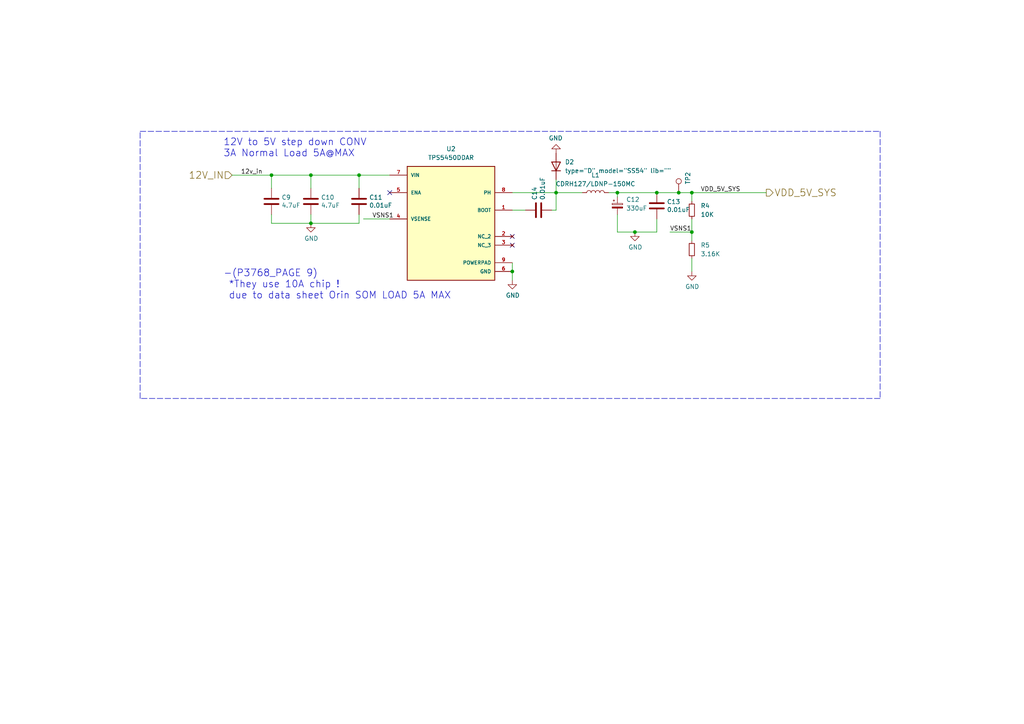
<source format=kicad_sch>
(kicad_sch (version 20211123) (generator eeschema)
  (paper "A4")
  (title_block (date "2023-05-28") (company "www.infinitytech.ltd") (comment 1 "(+20) 010 60 44 9214") (comment 2 "Design By: Mohamed Maher") (comment 4 "Jetson Orin SOM Custom Carrier Boards V1.0"))
  (lib_symbols
    (symbol "Connector:TestPoint" (pin_numbers hide) (pin_names (offset 0.762) hide)
      (property "Reference" "TP" (at 0 6.858 0))
      (property "Value" "TestPoint" (at 0 5.08 0))
      (symbol "TestPoint_0_1"
        (circle (center 0 3.302) (radius 0.762))
      )
      (symbol "TestPoint_1_1"
        (pin passive line (at 0 0 90) (length 2.54) (name "1") (number "1"))
      )
    )
    (symbol "Device:C" (pin_numbers hide) (pin_names (offset 0.254))
      (property "Reference" "C" (at 0.635 2.54 0))
      (property "Value" "C" (at 0.635 -2.54 0))
      (symbol "C_0_1"
        (polyline (pts (xy -2.032 -0.762) (xy 2.032 -0.762)) (stroke (width 0.508)))
        (polyline (pts (xy -2.032 0.762) (xy 2.032 0.762)) (stroke (width 0.508)))
      )
      (symbol "C_1_1"
        (pin passive line (at 0 3.81 270) (length 2.794) (name "~") (number "1"))
        (pin passive line (at 0 -3.81 90) (length 2.794) (name "~") (number "2"))
      )
    )
    (symbol "Device:C_Polarized_Small" (pin_numbers hide) (pin_names (offset 0.254) hide)
      (property "Reference" "C" (at 0.254 1.778 0))
      (property "Value" "C_Polarized_Small" (at 0.254 -2.032 0))
      (symbol "C_Polarized_Small_0_1"
        (rectangle (start -1.524 -0.3048) (end 1.524 -0.6858) (fill (type outline)))
        (rectangle (start -1.524 0.6858) (end 1.524 0.3048))
        (polyline (pts (xy -1.27 1.524) (xy -0.762 1.524)))
        (polyline (pts (xy -1.016 1.27) (xy -1.016 1.778)))
      )
      (symbol "C_Polarized_Small_1_1"
        (pin passive line (at 0 2.54 270) (length 1.8542) (name "~") (number "1"))
        (pin passive line (at 0 -2.54 90) (length 1.8542) (name "~") (number "2"))
      )
    )
    (symbol "Device:L" (pin_numbers hide) (pin_names (offset 1.016) hide)
      (property "Reference" "L" (at -1.27 0 90))
      (property "Value" "L" (at 1.905 0 90))
      (symbol "L_0_1"
        (arc (start 0 -2.54) (mid 0.635 -1.905) (end 0 -1.27))
        (arc (start 0 -1.27) (mid 0.635 -0.635) (end 0 0))
        (arc (start 0 0) (mid 0.635 0.635) (end 0 1.27))
        (arc (start 0 1.27) (mid 0.635 1.905) (end 0 2.54))
      )
      (symbol "L_1_1"
        (pin passive line (at 0 3.81 270) (length 1.27) (name "1") (number "1"))
        (pin passive line (at 0 -3.81 90) (length 1.27) (name "2") (number "2"))
      )
    )
    (symbol "Device:R_Small" (pin_numbers hide) (pin_names (offset 0.254) hide)
      (property "Reference" "R" (at 0.762 0.508 0))
      (property "Value" "R_Small" (at 0.762 -1.016 0))
      (symbol "R_Small_0_1"
        (rectangle (start -0.762 1.778) (end 0.762 -1.778) (stroke (width 0.2032)))
      )
      (symbol "R_Small_1_1"
        (pin passive line (at 0 2.54 270) (length 0.762) (name "~") (number "1"))
        (pin passive line (at 0 -2.54 90) (length 0.762) (name "~") (number "2"))
      )
    )
    (symbol "Simulation_SPICE:DIODE" (pin_numbers hide) (pin_names (offset 1.016) hide)
      (property "Reference" "D" (at 0 2.54 0))
      (property "Value" "DIODE" (at 0 -2.54 0))
      (symbol "DIODE_0_1"
        (polyline (pts (xy 1.27 0) (xy -1.27 0)))
        (polyline (pts (xy 1.27 1.27) (xy 1.27 -1.27)) (stroke (width 0.254)))
        (polyline (pts (xy -1.27 -1.27) (xy -1.27 1.27) (xy 1.27 0) (xy -1.27 -1.27)) (stroke (width 0.254)))
      )
      (symbol "DIODE_1_1"
        (pin passive line (at -3.81 0 0) (length 2.54) (name "A") (number "1"))
        (pin passive line (at 3.81 0 180) (length 2.54) (name "K") (number "2"))
      )
    )
    (symbol "TPS5450DDAR:TPS5450DDAR" (pin_names (offset 1.016))
      (property "Reference" "U" (at -12.7 18.78 0))
      (property "Value" "TPS5450DDAR" (at -12.7 -19.24 0))
      (symbol "TPS5450DDAR_0_0"
        (rectangle (start -12.7 -15.24) (end 12.7 17.78) (stroke (width 0.254)) (fill (type background)))
        (pin output line (at 17.78 5.08 180) (length 5.08) (name "BOOT") (number "1"))
        (pin no_connect line (at 17.78 -2.54 180) (length 5.08) (name "NC_2") (number "2"))
        (pin no_connect line (at 17.78 -5.08 180) (length 5.08) (name "NC_3") (number "3"))
        (pin input line (at -17.78 2.54 0) (length 5.08) (name "VSENSE") (number "4"))
        (pin input line (at -17.78 10.16 0) (length 5.08) (name "ENA") (number "5"))
        (pin power_in line (at 17.78 -12.7 180) (length 5.08) (name "GND") (number "6"))
        (pin power_in line (at -17.78 15.24 0) (length 5.08) (name "VIN") (number "7"))
        (pin output line (at 17.78 10.16 180) (length 5.08) (name "PH") (number "8"))
        (pin power_in line (at 17.78 -10.16 180) (length 5.08) (name "POWERPAD") (number "9"))
      )
    )
    (symbol "power:GND" (power) (pin_names (offset 0))
      (property "Value" "GND" (at 0 -3.81 0))
      (symbol "GND_0_1"
        (polyline (pts (xy 0 0) (xy 0 -1.27) (xy 1.27 -1.27) (xy 0 -2.54) (xy -1.27 -1.27) (xy 0 -1.27)))
      )
      (symbol "GND_1_1"
        (pin power_in line (at 0 0 270) (length 0) hide (name "GND") (number "1"))
      )
    )
  )
  (junction (at 190.5 55.88))
  (junction (at 104.14 50.8))
  (junction (at 90.17 50.8))
  (junction (at 179.07 55.88))
  (junction (at 78.74 50.8))
  (junction (at 196.85 55.88))
  (junction (at 90.17 64.77))
  (junction (at 200.66 67.31))
  (junction (at 161.29 55.88))
  (junction (at 148.59 78.74))
  (junction (at 200.66 55.88))
  (junction (at 184.15 67.31))
  (no_connect (at 148.59 71.12))
  (no_connect (at 148.59 68.58))
  (no_connect (at 113.03 55.88))
  (wire (pts (xy 184.15 67.31) (xy 179.07 67.31)))
  (polyline (pts (xy 255.27 115.57) (xy 40.64 115.57)))
  (wire (pts (xy 179.07 67.31) (xy 179.07 62.23)))
  (wire (pts (xy 90.17 62.23) (xy 90.17 64.77)))
  (wire (pts (xy 179.07 55.88) (xy 176.53 55.88)))
  (wire (pts (xy 179.07 55.88) (xy 190.5 55.88)))
  (wire (pts (xy 190.5 67.31) (xy 184.15 67.31)))
  (wire (pts (xy 160.02 60.96) (xy 161.29 60.96)))
  (wire (pts (xy 78.74 64.77) (xy 78.74 62.23)))
  (wire (pts (xy 105.41 63.5) (xy 113.03 63.5)))
  (wire (pts (xy 90.17 64.77) (xy 78.74 64.77)))
  (wire (pts (xy 200.66 78.74) (xy 200.66 74.93)))
  (wire (pts (xy 78.74 50.8) (xy 78.74 54.61)))
  (wire (pts (xy 200.66 55.88) (xy 222.25 55.88)))
  (wire (pts (xy 161.29 55.88) (xy 168.91 55.88)))
  (wire (pts (xy 104.14 50.8) (xy 113.03 50.8)))
  (wire (pts (xy 67.31 50.8) (xy 78.74 50.8)))
  (wire (pts (xy 161.29 52.07) (xy 161.29 55.88)))
  (wire (pts (xy 104.14 64.77) (xy 90.17 64.77)))
  (wire (pts (xy 196.85 55.88) (xy 190.5 55.88)))
  (wire (pts (xy 78.74 50.8) (xy 90.17 50.8)))
  (polyline (pts (xy 255.27 38.1) (xy 255.27 115.57)))
  (wire (pts (xy 104.14 62.23) (xy 104.14 64.77)))
  (wire (pts (xy 148.59 60.96) (xy 152.4 60.96)))
  (polyline (pts (xy 40.64 115.57) (xy 40.64 38.1)))
  (polyline (pts (xy 74.93 38.1) (xy 255.27 38.1)))
  (wire (pts (xy 161.29 55.88) (xy 148.59 55.88)))
  (wire (pts (xy 148.59 76.2) (xy 148.59 78.74)))
  (wire (pts (xy 148.59 78.74) (xy 148.59 81.28)))
  (wire (pts (xy 194.31 67.31) (xy 200.66 67.31)))
  (wire (pts (xy 200.66 58.42) (xy 200.66 55.88)))
  (wire (pts (xy 179.07 57.15) (xy 179.07 55.88)))
  (polyline (pts (xy 40.64 38.1) (xy 76.2 38.1)))
  (wire (pts (xy 200.66 55.88) (xy 196.85 55.88)))
  (wire (pts (xy 90.17 50.8) (xy 90.17 54.61)))
  (wire (pts (xy 200.66 63.5) (xy 200.66 67.31)))
  (wire (pts (xy 190.5 63.5) (xy 190.5 67.31)))
  (wire (pts (xy 90.17 50.8) (xy 104.14 50.8)))
  (wire (pts (xy 161.29 60.96) (xy 161.29 55.88)))
  (wire (pts (xy 200.66 67.31) (xy 200.66 69.85)))
  (wire (pts (xy 104.14 50.8) (xy 104.14 54.61)))
  (text "12V to 5V step down CONV \n3A Normal Load 5A@MAX" (at 64.77 45.72 0) (effects (font (size 2 2)) (justify left bottom)))
  (text "-(P3768_PAGE 9)\n *They use 10A chip !\n due to data sheet Orin SOM LOAD 5A MAX\n\n" (at 64.77 90.17 0) (effects (font (size 2 2)) (justify left bottom)))
  (label "VDD_5V_SYS" (at 203.2 55.88 0))
  (label "VSNS1" (at 107.95 63.5 0))
  (label "12v_in" (at 69.85 50.8 0))
  (label "VSNS1" (at 194.31 67.31 0))
  (hierarchical_label "VDD_5V_SYS" (shape output) (at 222.25 55.88 0) (effects (font (size 2.0066 2.0066))))
  (hierarchical_label "12V_IN" (shape input) (at 67.31 50.8 180) (effects (font (size 2.0066 2.0066))))
  (symbol (lib_id "Connector:TestPoint") (at 196.85 55.88 0) (unit 1)
    (property "Reference" "TP2" (at 199.517 53.5178 90) (effects (justify left)))
    (property "Value" "TestPoint" (effects hide))
    (property "Footprint" "TestPoint:TestPoint_Pad_D1.0mm" (effects hide))
    (property "Field4" "nf" (effects hide))
    (property "Field5" "nf" (effects hide))
    (property "Field6" "nf" (effects hide))
    (property "Field7" "nf" (effects hide))
  )
  (symbol (lib_id "Simulation_SPICE:DIODE") (at 161.29 48.26 270) (unit 1)
    (property "Reference" "D2" (at 163.83 46.9899 90) (effects (justify left)))
    (property "Value" "SS54" (at 163.83 49.5299 90) (effects (justify left)))
    (property "Footprint" "Diode_SMD:D_SMA" (effects hide))
    (property "Spice_Netlist_Enabled" "Y" (effects hide))
    (property "Spice_Primitive" "D" (effects hide))
    (property "LCSC" "C908681" (effects hide))
  )
  (symbol (lib_id "Device:C_Polarized_Small") (at 179.07 59.69 0) (unit 1)
    (property "Reference" "C12" (at 181.61 57.8738 0) (effects (justify left)))
    (property "Value" "330uF" (at 181.61 60.4138 0) (effects (justify left)))
    (property "Footprint" "Capacitor_Tantalum_SMD:CP_EIA-7343-31_Kemet-D" (effects hide))
    (property "LCSC" "C105408" (effects hide))
  )
  (symbol (lib_id "Device:R_Small") (at 200.66 60.96 0) (unit 1)
    (property "Reference" "R4" (at 203.2 59.6899 0) (effects (justify left)))
    (property "Value" "10K" (at 203.2 62.2299 0) (effects (justify left)))
    (property "Footprint" "Resistor_SMD:R_0201_0603Metric" (effects hide))
    (property "LCSC" "C106225" (effects hide))
  )
  (symbol (lib_id "Device:C") (at 104.14 58.42 0) (unit 1)
    (property "Reference" "C11" (at 107.061 57.2516 0) (effects (justify left)))
    (property "Value" "0.01uF" (at 107.061 59.563 0) (effects (justify left)))
    (property "Footprint" "Capacitor_SMD:C_0201_0603Metric" (effects hide))
    (property "Datasheet" "https://www.murata.com/en-global/products/productdetail.aspx?partno=GRM21BC8YA106ME11%23" (effects hide))
    (property "Field5" "490-10505-1-ND" (effects hide))
    (property "Field4" "Digikey" (effects hide))
    (property "Field6" "CC0402KRX7R9BB103" (effects hide))
    (property "Field7" "Murata" (effects hide))
    (property "LCSC" "C285010" (effects hide))
  )
  (symbol (lib_id "power:GND") (at 90.17 64.77 0) (unit 1)
    (property "Reference" "#PWR0109" (effects hide))
    (property "Value" "GND" (at 90.297 69.1642 0))
  )
  (symbol (lib_id "power:GND") (at 161.29 44.45 180) (unit 1)
    (property "Reference" "#PWR0110" (effects hide))
    (property "Value" "GND" (at 161.163 40.0558 0))
  )
  (symbol (lib_id "Device:C") (at 90.17 58.42 0) (unit 1)
    (property "Reference" "C10" (at 93.091 57.2516 0) (effects (justify left)))
    (property "Value" "4.7uF" (at 93.091 59.563 0) (effects (justify left)))
    (property "Footprint" "Capacitor_SMD:C_0402_1005Metric" (effects hide))
    (property "Datasheet" "https://www.murata.com/en-global/products/productdetail.aspx?partno=GRM21BC8YA106ME11%23" (effects hide))
    (property "Field5" "490-10505-1-ND" (effects hide))
    (property "Field4" "Digikey" (effects hide))
    (property "Field6" "GRM21BC8YA106KE11L " (effects hide))
    (property "Field7" "Murata" (effects hide))
    (property "Part Description" "	10uF 10% or 20% 35V Ceramic Capacitor X6S 0805 (2012 Metric)" (effects hide))
    (property "LCSC" "C2858031" (effects hide))
  )
  (symbol (lib_id "power:GND") (at 200.66 78.74 0) (unit 1)
    (property "Reference" "#PWR0111" (effects hide))
    (property "Value" "GND" (at 200.787 83.1342 0))
  )
  (symbol (lib_id "Device:C") (at 78.74 58.42 0) (unit 1)
    (property "Reference" "C9" (at 81.661 57.2516 0) (effects (justify left)))
    (property "Value" "4.7uF" (at 81.661 59.563 0) (effects (justify left)))
    (property "Footprint" "Capacitor_SMD:C_0402_1005Metric" (effects hide))
    (property "Datasheet" "https://www.murata.com/en-global/products/productdetail.aspx?partno=GRM21BC8YA106ME11%23" (effects hide))
    (property "Field5" "490-10505-1-ND" (effects hide))
    (property "Field4" "Digikey" (effects hide))
    (property "Field6" "GRM21BC8YA106KE11L " (effects hide))
    (property "Field7" "Murata" (effects hide))
    (property "Part Description" "	10uF 10% or 20% 35V Ceramic Capacitor X6S 0805 (2012 Metric)" (effects hide))
    (property "LCSC" "C2858031" (effects hide))
  )
  (symbol (lib_id "Device:L") (at 172.72 55.88 90) (unit 1)
    (property "Reference" "L1" (at 172.72 50.8 90))
    (property "Value" "CDRH127/LDNP-150MC" (at 172.72 53.34 90))
    (property "Footprint" "Inductor_SMD:L_12x12mm_H8mm" (effects hide))
    (property "LCSC" "C879410" (effects hide))
  )
  (symbol (lib_id "TPS5450DDAR:TPS5450DDAR") (at 130.81 66.04 0) (unit 1)
    (property "Reference" "U2" (at 130.81 43.18 0))
    (property "Value" "TPS5450DDAR" (at 130.81 45.72 0))
    (property "Footprint" "TPS5450DDAR:CONV_TPS5450DDAR" (effects hide))
    (property "MAXIMUM_PACKAGE_HEIGHT" "1.70 mm" (effects hide))
    (property "MANUFACTURER" "Texas Instruments" (effects hide))
    (property "STANDARD" "Manufacturer Recommendations" (effects hide))
    (property "PARTREV" "D" (effects hide))
    (property "LCSC" "C114425 " (effects hide))
  )
  (symbol (lib_id "Device:R_Small") (at 200.66 72.39 0) (unit 1)
    (property "Reference" "R5" (at 203.2 71.1199 0) (effects (justify left)))
    (property "Value" "3.16K" (at 203.2 73.6599 0) (effects (justify left)))
    (property "Footprint" "Resistor_SMD:R_0201_0603Metric" (effects hide))
    (property "LCSC" "C367583" (effects hide))
  )
  (symbol (lib_id "power:GND") (at 148.59 81.28 0) (unit 1)
    (property "Reference" "#PWR0112" (effects hide))
    (property "Value" "GND" (at 148.717 85.6742 0))
  )
  (symbol (lib_id "Device:C") (at 190.5 59.69 0) (unit 1)
    (property "Reference" "C13" (at 193.421 58.5216 0) (effects (justify left)))
    (property "Value" "0.01uF" (at 193.421 60.833 0) (effects (justify left)))
    (property "Footprint" "Capacitor_SMD:C_0201_0603Metric" (effects hide))
    (property "Datasheet" "https://www.murata.com/en-global/products/productdetail.aspx?partno=GRM21BC8YA106ME11%23" (effects hide))
    (property "Field5" "490-10505-1-ND" (effects hide))
    (property "Field4" "Digikey" (effects hide))
    (property "Field6" "GRM21BC8YA106KE11L " (effects hide))
    (property "Field7" "Murata" (effects hide))
    (property "Part Description" "	10uF 10% or 20% 35V Ceramic Capacitor X6S 0805 (2012 Metric)" (effects hide))
    (property "LCSC" "C285010" (effects hide))
  )
  (symbol (lib_id "power:GND") (at 184.15 67.31 0) (unit 1)
    (property "Reference" "#PWR0108" (effects hide))
    (property "Value" "GND" (at 184.277 71.7042 0))
  )
  (symbol (lib_id "Device:C") (at 156.21 60.96 90) (unit 1)
    (property "Reference" "C14" (at 155.0416 58.039 0) (effects (justify left)))
    (property "Value" "0.01uF" (at 157.353 58.039 0) (effects (justify left)))
    (property "Footprint" "Capacitor_SMD:C_0201_0603Metric" (effects hide))
    (property "Datasheet" "https://www.murata.com/en-global/products/productdetail.aspx?partno=GRM21BC8YA106ME11%23" (effects hide))
    (property "Field5" "490-10505-1-ND" (effects hide))
    (property "Field4" "Digikey" (effects hide))
    (property "Field6" "GRM21BC8YA106KE11L " (effects hide))
    (property "Field7" "Murata" (effects hide))
    (property "LCSC" "C285010" (effects hide))
  )
)
</source>
